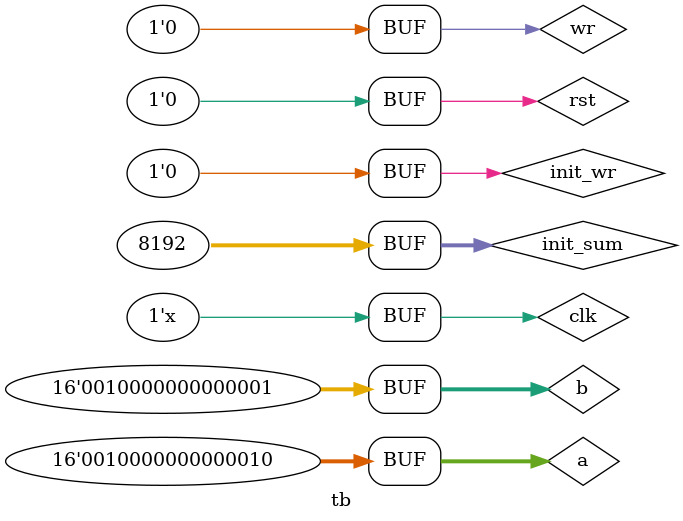
<source format=v>

`timescale 1ns/1ns

`define TEST_CASE_1

module tb;
   
   //////////////////////////////////////////////////////////////////////
   // I/O
   //////////////////////////////////////////////////////////////////////   
   parameter CLK_PERIOD = 10;
   reg clk;
   reg rst;

   // Connections
   /*AUTOWIRE*/
   // Beginning of automatic wires (for undeclared instantiated-module outputs)
   wire [23:0]		sum;			// From UUT_0 of moving_sum.v
   // End of automatics
   /*AUTOREGINPUT*/
   // Beginning of automatic reg inputs (for undeclared instantiated-module inputs)
   reg [15:0]		a;			// To UUT_0 of moving_sum.v
   reg [15:0]		b;			// To UUT_0 of moving_sum.v
   reg [31:0]		init_sum;		// To UUT_0 of moving_sum.v
   reg			init_wr;		// To UUT_0 of moving_sum.v
   reg			wr;			// To UUT_0 of moving_sum.v
   // End of automatics
   
   //////////////////////////////////////////////////////////////////////
   // Clock Driver
   //////////////////////////////////////////////////////////////////////
   always @(clk)
     #(CLK_PERIOD / 2.0) clk <= !clk;
				   
   //////////////////////////////////////////////////////////////////////
   // Simulated interfaces
   //////////////////////////////////////////////////////////////////////   
      
   //////////////////////////////////////////////////////////////////////
   // UUT
   //////////////////////////////////////////////////////////////////////   
   moving_sum UUT_0(/*AUTOINST*/
		    // Outputs
		    .sum		(sum[23:0]),
		    // Inputs
		    .clk		(clk),
		    .wr		(wr),
		    .a		(a[15:0]),
		    .b		(b[15:0]),
		    .init_wr	(init_wr),
		    .init_sum	(init_sum[31:0])); 
   

   //////////////////////////////////////////////////////////////////////
   // Test case
   //////////////////////////////////////////////////////////////////////   
   `ifdef TEST_CASE_1
   initial
     begin
	clk = 1'b0;
	rst = 1'b1;
	a <= 0;
	b <= 0;
	init_sum <= 0;
	init_wr <= 0;
	wr <= 0; 
	// Reset	
	#(20* CLK_PERIOD);
	rst = 0; 
	
	// Logging
	$display("");
	$display("------------------------------------------------------");
	$display("Test Case: TEST_CASE_1");

	init_wr = 1;
	init_sum = 16'h2000;
	#(1 * CLK_PERIOD);

	init_wr <= 0;
	b <= 16'h2001;
	wr <= 1; 
	#(1 * CLK_PERIOD);
	wr <= 0; 
	
	init_wr <= 0;
	a <= 16'h2002; 
	b <= 16'h2001;
	wr <= 1; 
	#(1 * CLK_PERIOD);
	wr <= 0; 

	
     end
   `endif

   //////////////////////////////////////////////////////////////////////
   // Tasks (e.g., writing data, etc.)
   //////////////////////////////////////////////////////////////////////   
   
   
   
endmodule

// Local Variables:
// verilog-library-flags:("-y ../")
// End:
   

</source>
